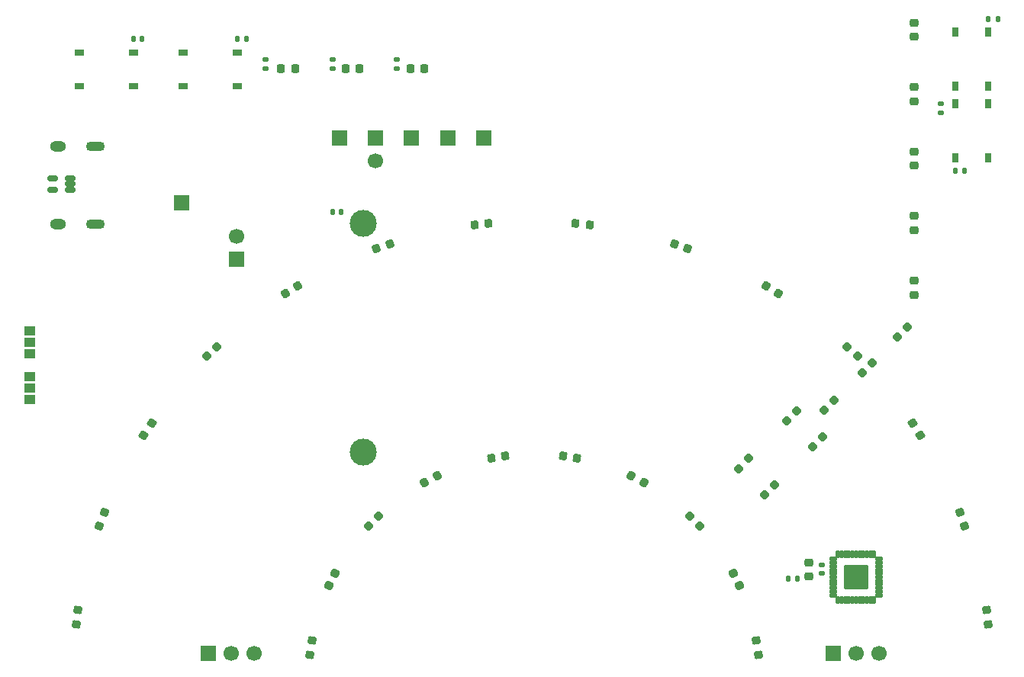
<source format=gbr>
%TF.GenerationSoftware,KiCad,Pcbnew,9.0.6*%
%TF.CreationDate,2026-01-26T23:14:37+09:00*%
%TF.ProjectId,bokaka,626f6b61-6b61-42e6-9b69-6361645f7063,rev?*%
%TF.SameCoordinates,Original*%
%TF.FileFunction,Soldermask,Top*%
%TF.FilePolarity,Negative*%
%FSLAX46Y46*%
G04 Gerber Fmt 4.6, Leading zero omitted, Abs format (unit mm)*
G04 Created by KiCad (PCBNEW 9.0.6) date 2026-01-26 23:14:37*
%MOMM*%
%LPD*%
G01*
G04 APERTURE LIST*
G04 Aperture macros list*
%AMRoundRect*
0 Rectangle with rounded corners*
0 $1 Rounding radius*
0 $2 $3 $4 $5 $6 $7 $8 $9 X,Y pos of 4 corners*
0 Add a 4 corners polygon primitive as box body*
4,1,4,$2,$3,$4,$5,$6,$7,$8,$9,$2,$3,0*
0 Add four circle primitives for the rounded corners*
1,1,$1+$1,$2,$3*
1,1,$1+$1,$4,$5*
1,1,$1+$1,$6,$7*
1,1,$1+$1,$8,$9*
0 Add four rect primitives between the rounded corners*
20,1,$1+$1,$2,$3,$4,$5,0*
20,1,$1+$1,$4,$5,$6,$7,0*
20,1,$1+$1,$6,$7,$8,$9,0*
20,1,$1+$1,$8,$9,$2,$3,0*%
G04 Aperture macros list end*
%ADD10RoundRect,0.140000X-0.140000X-0.170000X0.140000X-0.170000X0.140000X0.170000X-0.140000X0.170000X0*%
%ADD11RoundRect,0.218750X-0.162821X0.294966X-0.316861X-0.114519X0.162821X-0.294966X0.316861X0.114519X0*%
%ADD12R,1.700000X1.700000*%
%ADD13C,1.700000*%
%ADD14RoundRect,0.218750X-0.223312X0.252284X-0.284200X-0.180958X0.223312X-0.252284X0.284200X0.180958X0*%
%ADD15RoundRect,0.218750X0.076665X0.328082X-0.311988X0.127197X-0.076665X-0.328082X0.311988X-0.127197X0*%
%ADD16RoundRect,0.218750X0.316861X-0.114519X0.162821X0.294966X-0.316861X0.114519X-0.162821X-0.294966X0*%
%ADD17RoundRect,0.218750X0.335448X0.031474X0.021554X0.336231X-0.335448X-0.031474X-0.021554X-0.336231X0*%
%ADD18RoundRect,0.135000X0.135000X0.185000X-0.135000X0.185000X-0.135000X-0.185000X0.135000X-0.185000X0*%
%ADD19RoundRect,0.218750X-0.218750X-0.256250X0.218750X-0.256250X0.218750X0.256250X-0.218750X0.256250X0*%
%ADD20R,0.750000X1.000000*%
%ADD21RoundRect,0.218750X0.026517X-0.335876X0.335876X-0.026517X-0.026517X0.335876X-0.335876X0.026517X0*%
%ADD22RoundRect,0.218750X0.256567X0.218378X-0.175413X0.287656X-0.256567X-0.218378X0.175413X-0.287656X0*%
%ADD23RoundRect,0.225000X0.250000X-0.225000X0.250000X0.225000X-0.250000X0.225000X-0.250000X-0.225000X0*%
%ADD24RoundRect,0.218750X-0.256250X0.218750X-0.256250X-0.218750X0.256250X-0.218750X0.256250X0.218750X0*%
%ADD25R,1.000000X0.750000*%
%ADD26RoundRect,0.218750X0.290029X0.171461X-0.123826X0.313341X-0.290029X-0.171461X0.123826X-0.313341X0*%
%ADD27RoundRect,0.218750X-0.094468X0.323406X-0.334223X-0.042550X0.094468X-0.323406X0.334223X0.042550X0*%
%ADD28RoundRect,0.135000X0.185000X-0.135000X0.185000X0.135000X-0.185000X0.135000X-0.185000X-0.135000X0*%
%ADD29RoundRect,0.063600X0.148400X-0.358400X0.148400X0.358400X-0.148400X0.358400X-0.148400X-0.358400X0*%
%ADD30RoundRect,0.063600X0.358400X-0.148400X0.358400X0.148400X-0.358400X0.148400X-0.358400X-0.148400X0*%
%ADD31RoundRect,0.102000X1.225000X-1.225000X1.225000X1.225000X-1.225000X1.225000X-1.225000X-1.225000X0*%
%ADD32RoundRect,0.218750X0.052401X0.332821X-0.320475X0.103977X-0.052401X-0.332821X0.320475X-0.103977X0*%
%ADD33RoundRect,0.218750X0.284200X-0.180958X0.223312X0.252284X-0.284200X0.180958X-0.223312X-0.252284X0*%
%ADD34RoundRect,0.135000X-0.135000X-0.185000X0.135000X-0.185000X0.135000X0.185000X-0.135000X0.185000X0*%
%ADD35RoundRect,0.218750X0.326534X-0.083013X0.133223X0.309463X-0.326534X0.083013X-0.133223X-0.309463X0*%
%ADD36RoundRect,0.218750X0.311988X0.127197X-0.076665X0.328082X-0.311988X-0.127197X0.076665X-0.328082X0*%
%ADD37RoundRect,0.218750X-0.021554X0.336231X-0.335448X0.031474X0.021554X-0.336231X0.335448X-0.031474X0*%
%ADD38RoundRect,0.153500X0.443500X0.153500X-0.443500X0.153500X-0.443500X-0.153500X0.443500X-0.153500X0*%
%ADD39RoundRect,0.140000X-0.170000X0.140000X-0.170000X-0.140000X0.170000X-0.140000X0.170000X0.140000X0*%
%ADD40RoundRect,0.218750X0.320475X0.103977X-0.052401X0.332821X-0.320475X-0.103977X0.052401X-0.332821X0*%
%ADD41RoundRect,0.140000X0.170000X-0.140000X0.170000X0.140000X-0.170000X0.140000X-0.170000X-0.140000X0*%
%ADD42RoundRect,0.218750X0.189272X0.278732X-0.245579X0.230665X-0.189272X-0.278732X0.245579X-0.230665X0*%
%ADD43RoundRect,0.218750X-0.133223X0.309463X-0.326534X-0.083013X0.133223X-0.309463X0.326534X0.083013X0*%
%ADD44RoundRect,0.218750X0.336117X0.023259X0.029772X0.335603X-0.336117X-0.023259X-0.029772X-0.335603X0*%
%ADD45RoundRect,0.218750X0.245579X0.230665X-0.189272X0.278732X-0.245579X-0.230665X0.189272X-0.278732X0*%
%ADD46RoundRect,0.140000X0.140000X0.170000X-0.140000X0.170000X-0.140000X-0.170000X0.140000X-0.170000X0*%
%ADD47RoundRect,0.218750X0.175413X0.287656X-0.256567X0.218378X-0.175413X-0.287656X0.256567X-0.218378X0*%
%ADD48RoundRect,0.218750X0.334223X-0.042550X0.094468X0.323406X-0.334223X0.042550X-0.094468X-0.323406X0*%
%ADD49RoundRect,0.218750X-0.029772X0.335603X-0.336117X0.023259X0.029772X-0.335603X0.336117X-0.023259X0*%
%ADD50RoundRect,0.218750X0.123826X0.313341X-0.290029X0.171461X-0.123826X-0.313341X0.290029X-0.171461X0*%
%ADD51C,1.016000*%
%ADD52R,1.270000X1.016000*%
%ADD53O,1.800000X1.200000*%
%ADD54O,2.100000X1.100000*%
%ADD55C,3.000000*%
G04 APERTURE END LIST*
D10*
%TO.C,C22*%
X113020000Y-53750000D03*
X113980000Y-53750000D03*
%TD*%
D11*
%TO.C,D14*%
X98248490Y-106384855D03*
X97693944Y-107858999D03*
%TD*%
D12*
%TO.C,UART*%
X112950000Y-78225000D03*
D13*
X112950000Y-75685000D03*
%TD*%
D12*
%TO.C,GND*%
X140357500Y-64780000D03*
%TD*%
D14*
%TO.C,D13*%
X95311360Y-117201005D03*
X95092162Y-118760677D03*
%TD*%
D15*
%TO.C,D6*%
X135156718Y-102289528D03*
X133757566Y-103012716D03*
%TD*%
D16*
%TO.C,D33*%
X193716922Y-107858999D03*
X193162376Y-106384855D03*
%TD*%
D14*
%TO.C,D3*%
X121289200Y-120600714D03*
X121070002Y-122160386D03*
%TD*%
D17*
%TO.C,D29*%
X181796398Y-89036162D03*
X180666380Y-87939036D03*
%TD*%
D18*
%TO.C,R7*%
X175160000Y-113700000D03*
X174140000Y-113700000D03*
%TD*%
%TO.C,R2*%
X193670000Y-68400000D03*
X192650000Y-68400000D03*
%TD*%
D19*
%TO.C,PWR*%
X117825000Y-57100000D03*
X119400000Y-57100000D03*
%TD*%
D20*
%TO.C,RESET*%
X192650000Y-67000000D03*
X192650000Y-61000000D03*
X196350000Y-67000000D03*
X196350000Y-61000000D03*
%TD*%
D21*
%TO.C,D35*%
X171513153Y-104426847D03*
X172626847Y-103313153D03*
%TD*%
D22*
%TO.C,D8*%
X150672606Y-100300000D03*
X149117478Y-100050600D03*
%TD*%
D12*
%TO.C,3V3*%
X128350000Y-64750000D03*
D13*
X128350000Y-67290000D03*
%TD*%
D12*
%TO.C,VSYS*%
X132342500Y-64750000D03*
%TD*%
D23*
%TO.C,C13*%
X176450000Y-113475000D03*
X176450000Y-111925000D03*
%TD*%
D24*
%TO.C,D27*%
X188100000Y-80612500D03*
X188100000Y-82187500D03*
%TD*%
D21*
%TO.C,D38*%
X168614189Y-101495812D03*
X169727883Y-100382118D03*
%TD*%
D25*
%TO.C,USR_1*%
X107000000Y-55300000D03*
X113000000Y-55300000D03*
X107000000Y-59000000D03*
X113000000Y-59000000D03*
%TD*%
D20*
%TO.C,BOOT*%
X192650000Y-59000000D03*
X192650000Y-53000000D03*
X196350000Y-59000000D03*
X196350000Y-53000000D03*
%TD*%
D12*
%TO.C,BATT*%
X136335000Y-64750000D03*
%TD*%
%TO.C,3V3*%
X124357500Y-64750000D03*
%TD*%
D26*
%TO.C,D21*%
X162989593Y-77090358D03*
X161499715Y-76579588D03*
%TD*%
D21*
%TO.C,D37*%
X176853153Y-99076847D03*
X177966847Y-97963153D03*
%TD*%
D27*
%TO.C,D15*%
X103477016Y-96471311D03*
X102613896Y-97788751D03*
%TD*%
D21*
%TO.C,D30*%
X182343153Y-90856847D03*
X183456847Y-89743153D03*
%TD*%
D28*
%TO.C,R16*%
X116112500Y-57100000D03*
X116112500Y-56080000D03*
%TD*%
D29*
%TO.C,U1*%
X179645000Y-116095000D03*
X180045000Y-116095000D03*
X180445000Y-116095000D03*
X180845000Y-116095000D03*
X181245000Y-116095000D03*
X181645000Y-116095000D03*
X182045000Y-116095000D03*
X182445000Y-116095000D03*
X182845000Y-116095000D03*
X183245000Y-116095000D03*
X183645000Y-116095000D03*
D30*
X184190000Y-115550000D03*
X184190000Y-115150000D03*
X184190000Y-114750000D03*
X184190000Y-114350000D03*
X184190000Y-113950000D03*
X184190000Y-113550000D03*
X184190000Y-113150000D03*
X184190000Y-112750000D03*
X184190000Y-112350000D03*
X184190000Y-111950000D03*
X184190000Y-111550000D03*
D29*
X183645000Y-111005000D03*
X183245000Y-111005000D03*
X182845000Y-111005000D03*
X182445000Y-111005000D03*
X182045000Y-111005000D03*
X181645000Y-111005000D03*
X181245000Y-111005000D03*
X180845000Y-111005000D03*
X180445000Y-111005000D03*
X180045000Y-111005000D03*
X179645000Y-111005000D03*
D30*
X179100000Y-111550000D03*
X179100000Y-111950000D03*
X179100000Y-112350000D03*
X179100000Y-112750000D03*
X179100000Y-113150000D03*
X179100000Y-113550000D03*
X179100000Y-113950000D03*
X179100000Y-114350000D03*
X179100000Y-114750000D03*
X179100000Y-115150000D03*
X179100000Y-115550000D03*
D31*
X181645000Y-113550000D03*
%TD*%
D32*
%TO.C,D17*%
X119700000Y-81200000D03*
X118357644Y-82023836D03*
%TD*%
D33*
%TO.C,D12*%
X170802604Y-122160386D03*
X170583406Y-120600714D03*
%TD*%
D28*
%TO.C,R4*%
X130687500Y-57100000D03*
X130687500Y-56080000D03*
%TD*%
D12*
%TO.C,USB_DETECT*%
X106850000Y-71950000D03*
%TD*%
D24*
%TO.C,D26*%
X188100000Y-73450000D03*
X188100000Y-75025000D03*
%TD*%
D33*
%TO.C,D36*%
X196318704Y-118760677D03*
X196099506Y-117201005D03*
%TD*%
D34*
%TO.C,R3*%
X196350000Y-51550000D03*
X197370000Y-51550000D03*
%TD*%
D35*
%TO.C,D11*%
X168711440Y-114519988D03*
X168015520Y-113107076D03*
%TD*%
D36*
%TO.C,D9*%
X158115040Y-103012716D03*
X156715888Y-102289528D03*
%TD*%
D37*
%TO.C,D16*%
X110744486Y-87939036D03*
X109614468Y-89036162D03*
%TD*%
D38*
%TO.C,U4*%
X94420000Y-70550000D03*
X94420000Y-69900000D03*
X94420000Y-69250000D03*
X92480000Y-69250000D03*
X92480000Y-70550000D03*
%TD*%
D39*
%TO.C,C2*%
X191100000Y-61000000D03*
X191100000Y-61960000D03*
%TD*%
D40*
%TO.C,D22*%
X173053222Y-82023836D03*
X171710866Y-81200000D03*
%TD*%
D41*
%TO.C,C12*%
X177850000Y-113155000D03*
X177850000Y-112195000D03*
%TD*%
D19*
%TO.C,USR*%
X132200000Y-57100000D03*
X133775000Y-57100000D03*
%TD*%
D42*
%TO.C,D19*%
X140884910Y-74300891D03*
X139319444Y-74473933D03*
%TD*%
D43*
%TO.C,D4*%
X123857086Y-113107076D03*
X123161166Y-114519988D03*
%TD*%
D10*
%TO.C,C14*%
X101490000Y-53750000D03*
X102450000Y-53750000D03*
%TD*%
D44*
%TO.C,D10*%
X164335967Y-107916664D03*
X163233125Y-106792224D03*
%TD*%
D12*
%TO.C,J6*%
X109760000Y-122000000D03*
D13*
X112300000Y-122000000D03*
X114840000Y-122000000D03*
%TD*%
D24*
%TO.C,D23*%
X188100000Y-51962500D03*
X188100000Y-53537500D03*
%TD*%
D45*
%TO.C,D20*%
X152091422Y-74473933D03*
X150525956Y-74300891D03*
%TD*%
D46*
%TO.C,C18*%
X124500000Y-73000000D03*
X123540000Y-73000000D03*
%TD*%
D21*
%TO.C,D32*%
X178093153Y-95006847D03*
X179206847Y-93893153D03*
%TD*%
D47*
%TO.C,D7*%
X142755128Y-100050600D03*
X141200000Y-100300000D03*
%TD*%
D24*
%TO.C,D24*%
X188100000Y-59125000D03*
X188100000Y-60700000D03*
%TD*%
D48*
%TO.C,D31*%
X188796970Y-97788751D03*
X187933850Y-96471311D03*
%TD*%
D49*
%TO.C,D5*%
X128639481Y-106792224D03*
X127536639Y-107916664D03*
%TD*%
D28*
%TO.C,R6*%
X123587500Y-57100000D03*
X123587500Y-56080000D03*
%TD*%
D19*
%TO.C,DEBUG*%
X125000000Y-57100000D03*
X126575000Y-57100000D03*
%TD*%
D21*
%TO.C,D28*%
X186193153Y-86906847D03*
X187306847Y-85793153D03*
%TD*%
D50*
%TO.C,D18*%
X129911151Y-76579588D03*
X128421273Y-77090358D03*
%TD*%
D21*
%TO.C,D34*%
X173953153Y-96166847D03*
X175066847Y-95053153D03*
%TD*%
D24*
%TO.C,D25*%
X188100000Y-66287500D03*
X188100000Y-67862500D03*
%TD*%
D12*
%TO.C,J5*%
X179110000Y-122000000D03*
D13*
X181650000Y-122000000D03*
X184190000Y-122000000D03*
%TD*%
D51*
%TO.C,J3*%
X90009400Y-93810000D03*
D52*
X90009400Y-93810000D03*
D51*
X90009400Y-92540000D03*
D52*
X90009400Y-92540000D03*
D51*
X90009400Y-91270000D03*
D52*
X90009400Y-91270000D03*
D51*
X90009400Y-88730000D03*
D52*
X90009400Y-88730000D03*
D51*
X90009400Y-87460000D03*
D52*
X90009400Y-87460000D03*
D51*
X90009400Y-86190000D03*
D52*
X90009400Y-86190000D03*
%TD*%
D53*
%TO.C,USBC1*%
X93062250Y-74325000D03*
D54*
X97262250Y-74325000D03*
D53*
X93062250Y-65675000D03*
D54*
X97262250Y-65675000D03*
%TD*%
D55*
%TO.C,BT2*%
X127000000Y-99700000D03*
X127000000Y-74300000D03*
%TD*%
D25*
%TO.C,USR_0*%
X95500000Y-55300000D03*
X101500000Y-55300000D03*
X95500000Y-59000000D03*
X101500000Y-59000000D03*
%TD*%
M02*

</source>
